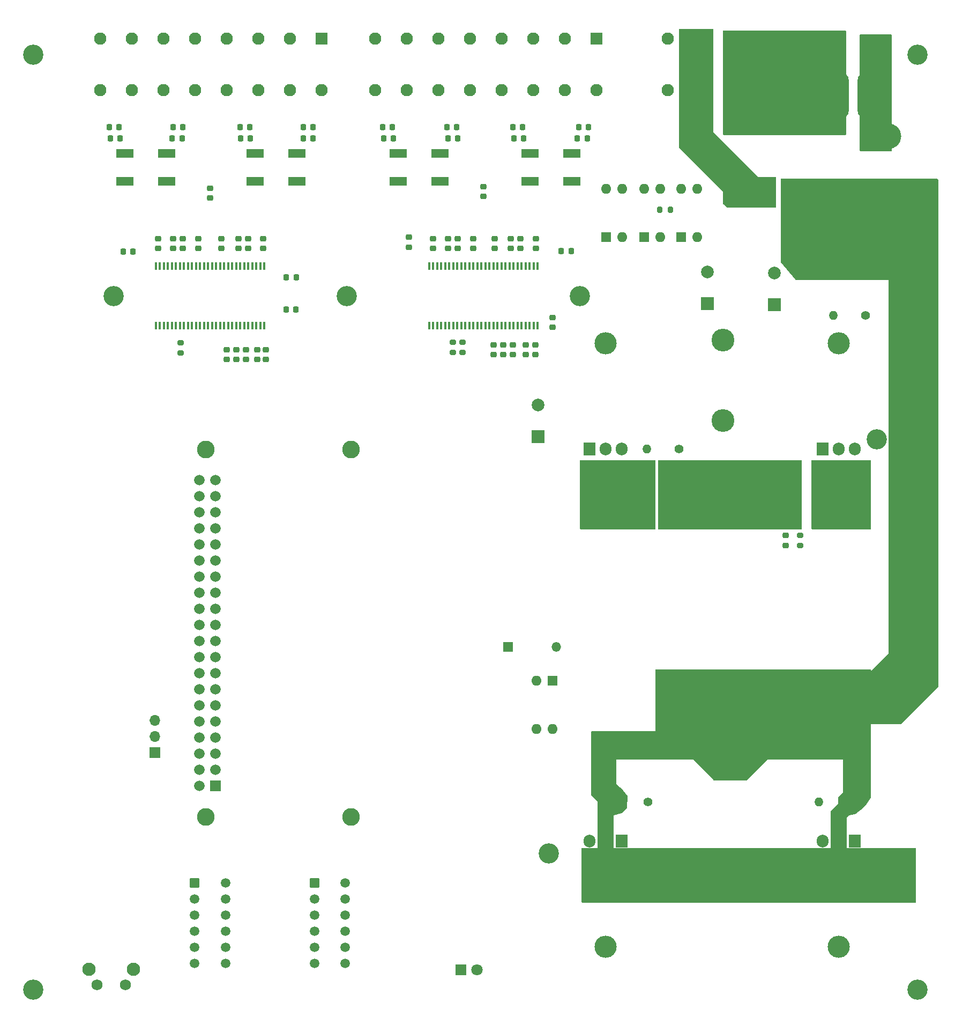
<source format=gbr>
%TF.GenerationSoftware,KiCad,Pcbnew,8.0.1-8.0.1-1~ubuntu22.04.1*%
%TF.CreationDate,2024-08-21T15:32:21+07:00*%
%TF.ProjectId,DAW-Pro4,4441572d-5072-46f3-942e-6b696361645f,rev?*%
%TF.SameCoordinates,Original*%
%TF.FileFunction,Soldermask,Bot*%
%TF.FilePolarity,Negative*%
%FSLAX46Y46*%
G04 Gerber Fmt 4.6, Leading zero omitted, Abs format (unit mm)*
G04 Created by KiCad (PCBNEW 8.0.1-8.0.1-1~ubuntu22.04.1) date 2024-08-21 15:32:21*
%MOMM*%
%LPD*%
G01*
G04 APERTURE LIST*
G04 Aperture macros list*
%AMRoundRect*
0 Rectangle with rounded corners*
0 $1 Rounding radius*
0 $2 $3 $4 $5 $6 $7 $8 $9 X,Y pos of 4 corners*
0 Add a 4 corners polygon primitive as box body*
4,1,4,$2,$3,$4,$5,$6,$7,$8,$9,$2,$3,0*
0 Add four circle primitives for the rounded corners*
1,1,$1+$1,$2,$3*
1,1,$1+$1,$4,$5*
1,1,$1+$1,$6,$7*
1,1,$1+$1,$8,$9*
0 Add four rect primitives between the rounded corners*
20,1,$1+$1,$2,$3,$4,$5,0*
20,1,$1+$1,$4,$5,$6,$7,0*
20,1,$1+$1,$6,$7,$8,$9,0*
20,1,$1+$1,$8,$9,$2,$3,0*%
G04 Aperture macros list end*
%ADD10O,3.800000X8.000000*%
%ADD11C,3.200000*%
%ADD12RoundRect,0.102000X-0.654000X0.654000X-0.654000X-0.654000X0.654000X-0.654000X0.654000X0.654000X0*%
%ADD13C,1.512000*%
%ADD14R,1.600000X1.600000*%
%ADD15O,1.600000X1.600000*%
%ADD16C,3.600000*%
%ADD17C,2.500000*%
%ADD18C,1.400000*%
%ADD19O,1.400000X1.400000*%
%ADD20C,1.950000*%
%ADD21R,1.950000X1.950000*%
%ADD22R,2.000000X2.000000*%
%ADD23C,2.000000*%
%ADD24C,2.800000*%
%ADD25R,1.665000X1.665000*%
%ADD26C,1.665000*%
%ADD27C,4.000000*%
%ADD28R,2.400000X2.400000*%
%ADD29C,2.400000*%
%ADD30C,2.100000*%
%ADD31C,1.750000*%
%ADD32R,1.500000X1.500000*%
%ADD33O,1.500000X1.500000*%
%ADD34R,1.700000X1.700000*%
%ADD35O,1.700000X1.700000*%
%ADD36R,1.800000X1.800000*%
%ADD37C,1.800000*%
%ADD38R,2.800000X1.400000*%
%ADD39RoundRect,0.225000X-0.250000X0.225000X-0.250000X-0.225000X0.250000X-0.225000X0.250000X0.225000X0*%
%ADD40RoundRect,0.225000X-0.225000X-0.250000X0.225000X-0.250000X0.225000X0.250000X-0.225000X0.250000X0*%
%ADD41RoundRect,0.225000X0.225000X0.250000X-0.225000X0.250000X-0.225000X-0.250000X0.225000X-0.250000X0*%
%ADD42RoundRect,0.200000X-0.200000X-0.275000X0.200000X-0.275000X0.200000X0.275000X-0.200000X0.275000X0*%
%ADD43R,0.400000X1.200000*%
%ADD44RoundRect,0.200000X0.275000X-0.200000X0.275000X0.200000X-0.275000X0.200000X-0.275000X-0.200000X0*%
%ADD45RoundRect,0.225000X0.250000X-0.225000X0.250000X0.225000X-0.250000X0.225000X-0.250000X-0.225000X0*%
%ADD46O,3.500000X3.500000*%
%ADD47R,1.905000X2.000000*%
%ADD48O,1.905000X2.000000*%
%ADD49RoundRect,0.200000X-0.275000X0.200000X-0.275000X-0.200000X0.275000X-0.200000X0.275000X0.200000X0*%
G04 APERTURE END LIST*
D10*
%TO.C,F1*%
X132120000Y-11555000D03*
X137120000Y-11555000D03*
%TD*%
D11*
%TO.C,REF\u002A\u002A*%
X86487000Y-131191000D03*
%TD*%
D12*
%TO.C,J12*%
X30594300Y-135819000D03*
D13*
X35445700Y-135819000D03*
X30594300Y-138359000D03*
X35445700Y-138359000D03*
X30594300Y-140899000D03*
X35445700Y-140899000D03*
X30594300Y-143439000D03*
X35445700Y-143439000D03*
X30594300Y-145979000D03*
X35445700Y-145979000D03*
X30594300Y-148519000D03*
X35445700Y-148519000D03*
%TD*%
D11*
%TO.C,REF\u002A\u002A*%
X144780000Y-5080000D03*
%TD*%
D14*
%TO.C,U16*%
X107424000Y-33899000D03*
D15*
X109964000Y-33899000D03*
X109964000Y-26279000D03*
X107424000Y-26279000D03*
%TD*%
D11*
%TO.C,REF\u002A\u002A*%
X17780000Y-43180000D03*
%TD*%
D16*
%TO.C,L19*%
X114046000Y-62860000D03*
X114046000Y-50160000D03*
%TD*%
D17*
%TO.C,TR1*%
X95161500Y-114081500D03*
X100161500Y-114081500D03*
X105161500Y-114081500D03*
X110161500Y-114081500D03*
X120231500Y-114081500D03*
X125161500Y-114081500D03*
X130161500Y-114081500D03*
X135161500Y-114081500D03*
X130161500Y-78081500D03*
X135161500Y-78081500D03*
X120231500Y-78081500D03*
X125161500Y-78081500D03*
X105161500Y-78081500D03*
X110161500Y-78081500D03*
X95161500Y-78081500D03*
X100161500Y-78081500D03*
X115161500Y-78081500D03*
X115161500Y-114081500D03*
%TD*%
D18*
%TO.C,R40*%
X136551200Y-46228000D03*
D19*
X131471200Y-46228000D03*
%TD*%
D11*
%TO.C,REF\u002A\u002A*%
X54610000Y-43180000D03*
%TD*%
%TO.C,REF\u002A\u002A*%
X5080000Y-5080000D03*
%TD*%
D20*
%TO.C,J6*%
X50640000Y-10740000D03*
D21*
X50640000Y-2540000D03*
D20*
X45640000Y-10740000D03*
X45640000Y-2540000D03*
X40640000Y-10740000D03*
X40640000Y-2540000D03*
X35640000Y-10740000D03*
X35640000Y-2540000D03*
X30640000Y-10740000D03*
X30640000Y-2540000D03*
X25640000Y-10740000D03*
X25640000Y-2540000D03*
X20640000Y-10740000D03*
X20640000Y-2540000D03*
X15640000Y-10740000D03*
X15640000Y-2540000D03*
%TD*%
D22*
%TO.C,C115*%
X122174000Y-44531677D03*
D23*
X122174000Y-39531677D03*
%TD*%
D24*
%TO.C,IC1*%
X32315000Y-125402000D03*
X55315000Y-125402000D03*
X32315000Y-67402000D03*
X55315000Y-67402000D03*
D25*
X33895000Y-120532000D03*
D26*
X31355000Y-120532000D03*
X33895000Y-117992000D03*
X31355000Y-117992000D03*
X33895000Y-115452000D03*
X31355000Y-115452000D03*
X33895000Y-112912000D03*
X31355000Y-112912000D03*
X33895000Y-110372000D03*
X31355000Y-110372000D03*
X33895000Y-107832000D03*
X31355000Y-107832000D03*
X33895000Y-105292000D03*
X31355000Y-105292000D03*
X33895000Y-102752000D03*
X31355000Y-102752000D03*
X33895000Y-100212000D03*
X31355000Y-100212000D03*
X33895000Y-97672000D03*
X31355000Y-97672000D03*
X33895000Y-95132000D03*
X31355000Y-95132000D03*
X33895000Y-92592000D03*
X31355000Y-92592000D03*
X33895000Y-90052000D03*
X31355000Y-90052000D03*
X33895000Y-87512000D03*
X31355000Y-87512000D03*
X33895000Y-84972000D03*
X31355000Y-84972000D03*
X33895000Y-82432000D03*
X31355000Y-82432000D03*
X33895000Y-79892000D03*
X31355000Y-79892000D03*
X33895000Y-77352000D03*
X31355000Y-77352000D03*
X33895000Y-74812000D03*
X31355000Y-74812000D03*
X33895000Y-72272000D03*
X31355000Y-72272000D03*
%TD*%
D27*
%TO.C,L18*%
X140208000Y-17987000D03*
X140208000Y-28067000D03*
%TD*%
D14*
%TO.C,U15*%
X101595000Y-33899000D03*
D15*
X104135000Y-33899000D03*
X104135000Y-26279000D03*
X101595000Y-26279000D03*
%TD*%
D11*
%TO.C,REF\u002A\u002A*%
X91440000Y-43180000D03*
%TD*%
%TO.C,REF\u002A\u002A*%
X138303000Y-65786000D03*
%TD*%
D20*
%TO.C,J18*%
X94055000Y-10740000D03*
D21*
X94055000Y-2540000D03*
D20*
X89055000Y-10740000D03*
X89055000Y-2540000D03*
X84055000Y-10740000D03*
X84055000Y-2540000D03*
X79055000Y-10740000D03*
X79055000Y-2540000D03*
X74055000Y-10740000D03*
X74055000Y-2540000D03*
X69055000Y-10740000D03*
X69055000Y-2540000D03*
X64055000Y-10740000D03*
X64055000Y-2540000D03*
X59055000Y-10740000D03*
X59055000Y-2540000D03*
%TD*%
D28*
%TO.C,C107*%
X124852729Y-27940000D03*
D29*
X119852729Y-27940000D03*
%TD*%
D18*
%TO.C,R36*%
X102185000Y-123037600D03*
D19*
X97105000Y-123037600D03*
%TD*%
D18*
%TO.C,R37*%
X134239000Y-123063000D03*
D19*
X129159000Y-123063000D03*
%TD*%
D20*
%TO.C,J22*%
X115283000Y-10740000D03*
D21*
X115283000Y-2540000D03*
D20*
X110283000Y-10740000D03*
X110283000Y-2540000D03*
X105283000Y-10740000D03*
X105283000Y-2540000D03*
%TD*%
D22*
%TO.C,C114*%
X111587677Y-44404677D03*
D23*
X111587677Y-39404677D03*
%TD*%
D30*
%TO.C,SW1*%
X20924000Y-149451500D03*
X13914000Y-149451500D03*
D31*
X19674000Y-151941500D03*
X15174000Y-151941500D03*
%TD*%
D32*
%TO.C,D1*%
X80132000Y-98552000D03*
D33*
X87752000Y-98552000D03*
%TD*%
D14*
%TO.C,U11*%
X87127000Y-103896000D03*
D15*
X84587000Y-103896000D03*
X84587000Y-111516000D03*
X87127000Y-111516000D03*
%TD*%
D34*
%TO.C,J1*%
X24257000Y-115301000D03*
D35*
X24257000Y-112761000D03*
X24257000Y-110221000D03*
%TD*%
D14*
%TO.C,U5*%
X95626000Y-33899000D03*
D15*
X98166000Y-33899000D03*
X98166000Y-26279000D03*
X95626000Y-26279000D03*
%TD*%
D11*
%TO.C,REF\u002A\u002A*%
X144780000Y-152654000D03*
%TD*%
D12*
%TO.C,J20*%
X49517300Y-135819000D03*
D13*
X54368700Y-135819000D03*
X49517300Y-138359000D03*
X54368700Y-138359000D03*
X49517300Y-140899000D03*
X54368700Y-140899000D03*
X49517300Y-143439000D03*
X54368700Y-143439000D03*
X49517300Y-145979000D03*
X54368700Y-145979000D03*
X49517300Y-148519000D03*
X54368700Y-148519000D03*
%TD*%
D36*
%TO.C,HL5*%
X72664000Y-149565000D03*
D37*
X75204000Y-149565000D03*
%TD*%
D22*
%TO.C,C113*%
X84836000Y-65359677D03*
D23*
X84836000Y-60359677D03*
%TD*%
D18*
%TO.C,R38*%
X107138000Y-67310000D03*
D19*
X102058000Y-67310000D03*
%TD*%
D28*
%TO.C,C108*%
X142494000Y-38354000D03*
D29*
X137494000Y-38354000D03*
%TD*%
D11*
%TO.C,REF\u002A\u002A*%
X5080000Y-152654000D03*
%TD*%
D38*
%TO.C,L11*%
X83566000Y-25060000D03*
X83566000Y-20660000D03*
%TD*%
D39*
%TO.C,C11*%
X40449500Y-51663000D03*
X40449500Y-53213000D03*
%TD*%
D40*
%TO.C,C95*%
X81013000Y-18288000D03*
X82563000Y-18288000D03*
%TD*%
D39*
%TO.C,C68*%
X79298800Y-50914600D03*
X79298800Y-52464600D03*
%TD*%
%TO.C,C25*%
X37465000Y-34163000D03*
X37465000Y-35713000D03*
%TD*%
D41*
%TO.C,C72*%
X90043000Y-36068000D03*
X88493000Y-36068000D03*
%TD*%
D42*
%TO.C,R18*%
X104077000Y-29591000D03*
X105727000Y-29591000D03*
%TD*%
D41*
%TO.C,C31*%
X49289000Y-16510000D03*
X47739000Y-16510000D03*
%TD*%
D40*
%TO.C,C36*%
X27165000Y-16510000D03*
X28715000Y-16510000D03*
%TD*%
D43*
%TO.C,U8*%
X84772500Y-47880000D03*
X84137500Y-47880000D03*
X83502500Y-47880000D03*
X82867500Y-47880000D03*
X82232500Y-47880000D03*
X81597500Y-47880000D03*
X80962500Y-47880000D03*
X80327500Y-47880000D03*
X79692500Y-47880000D03*
X79057500Y-47880000D03*
X78422500Y-47880000D03*
X77787500Y-47880000D03*
X77152500Y-47880000D03*
X76517500Y-47880000D03*
X75882500Y-47880000D03*
X75247500Y-47880000D03*
X74612500Y-47880000D03*
X73977500Y-47880000D03*
X73342500Y-47880000D03*
X72707500Y-47880000D03*
X72072500Y-47880000D03*
X71437500Y-47880000D03*
X70802500Y-47880000D03*
X70167500Y-47880000D03*
X69532500Y-47880000D03*
X68897500Y-47880000D03*
X68262500Y-47880000D03*
X67627500Y-47880000D03*
X67627500Y-38480000D03*
X68262500Y-38480000D03*
X68897500Y-38480000D03*
X69532500Y-38480000D03*
X70167500Y-38480000D03*
X70802500Y-38480000D03*
X71437500Y-38480000D03*
X72072500Y-38480000D03*
X72707500Y-38480000D03*
X73342500Y-38480000D03*
X73977500Y-38480000D03*
X74612500Y-38480000D03*
X75247500Y-38480000D03*
X75882500Y-38480000D03*
X76517500Y-38480000D03*
X77152500Y-38480000D03*
X77787500Y-38480000D03*
X78422500Y-38480000D03*
X79057500Y-38480000D03*
X79692500Y-38480000D03*
X80327500Y-38480000D03*
X80962500Y-38480000D03*
X81597500Y-38480000D03*
X82232500Y-38480000D03*
X82867500Y-38480000D03*
X83502500Y-38480000D03*
X84137500Y-38480000D03*
X84772500Y-38480000D03*
%TD*%
D39*
%TO.C,C81*%
X74549000Y-34150000D03*
X74549000Y-35700000D03*
%TD*%
D44*
%TO.C,R4*%
X72898000Y-52120800D03*
X72898000Y-50470800D03*
%TD*%
D45*
%TO.C,C80*%
X77978000Y-35700000D03*
X77978000Y-34150000D03*
%TD*%
D44*
%TO.C,R39*%
X126268000Y-82613000D03*
X126268000Y-80963000D03*
%TD*%
D39*
%TO.C,C65*%
X84378800Y-50914600D03*
X84378800Y-52464600D03*
%TD*%
D41*
%TO.C,C38*%
X18621000Y-16510000D03*
X17071000Y-16510000D03*
%TD*%
D44*
%TO.C,R5*%
X71374000Y-52133000D03*
X71374000Y-50483000D03*
%TD*%
D39*
%TO.C,C29*%
X27178000Y-34150000D03*
X27178000Y-35700000D03*
%TD*%
D46*
%TO.C,VT2*%
X95466500Y-145895500D03*
D47*
X98006500Y-129235500D03*
D48*
X95466500Y-129235500D03*
X92926500Y-129235500D03*
%TD*%
D39*
%TO.C,C66*%
X82854800Y-50914600D03*
X82854800Y-52464600D03*
%TD*%
D38*
%TO.C,L3*%
X40132000Y-25060000D03*
X40132000Y-20660000D03*
%TD*%
D39*
%TO.C,C27*%
X31115000Y-34150000D03*
X31115000Y-35700000D03*
%TD*%
D45*
%TO.C,C22*%
X33020000Y-27748000D03*
X33020000Y-26198000D03*
%TD*%
D41*
%TO.C,C15*%
X46580000Y-45339000D03*
X45030000Y-45339000D03*
%TD*%
D38*
%TO.C,L14*%
X69342000Y-25060000D03*
X69342000Y-20660000D03*
%TD*%
D41*
%TO.C,C100*%
X61976000Y-18288000D03*
X60426000Y-18288000D03*
%TD*%
D39*
%TO.C,C112*%
X123982000Y-81013000D03*
X123982000Y-82563000D03*
%TD*%
D46*
%TO.C,VT3*%
X132296500Y-145895500D03*
D47*
X134836500Y-129235500D03*
D48*
X132296500Y-129235500D03*
X129756500Y-129235500D03*
%TD*%
D45*
%TO.C,C76*%
X76200000Y-27458000D03*
X76200000Y-25908000D03*
%TD*%
%TO.C,C26*%
X34798000Y-35700000D03*
X34798000Y-34150000D03*
%TD*%
D39*
%TO.C,C83*%
X70612000Y-34163000D03*
X70612000Y-35713000D03*
%TD*%
D40*
%TO.C,C44*%
X27038000Y-18288000D03*
X28588000Y-18288000D03*
%TD*%
%TO.C,C41*%
X37820000Y-18288000D03*
X39370000Y-18288000D03*
%TD*%
D39*
%TO.C,C69*%
X77774800Y-50914600D03*
X77774800Y-52464600D03*
%TD*%
D41*
%TO.C,C93*%
X92583000Y-18288000D03*
X91033000Y-18288000D03*
%TD*%
D45*
%TO.C,C78*%
X82042000Y-35700000D03*
X82042000Y-34150000D03*
%TD*%
%TO.C,C84*%
X68199000Y-35700000D03*
X68199000Y-34150000D03*
%TD*%
D40*
%TO.C,C98*%
X70586000Y-18288000D03*
X72136000Y-18288000D03*
%TD*%
D39*
%TO.C,C67*%
X80822800Y-50901600D03*
X80822800Y-52451600D03*
%TD*%
D40*
%TO.C,C90*%
X70411000Y-16510000D03*
X71961000Y-16510000D03*
%TD*%
D41*
%TO.C,C85*%
X92789000Y-16510000D03*
X91239000Y-16510000D03*
%TD*%
%TO.C,C92*%
X61801000Y-16510000D03*
X60251000Y-16510000D03*
%TD*%
D40*
%TO.C,C33*%
X37767000Y-16510000D03*
X39317000Y-16510000D03*
%TD*%
D39*
%TO.C,C77*%
X84455000Y-34137000D03*
X84455000Y-35687000D03*
%TD*%
D45*
%TO.C,C82*%
X72136000Y-35700000D03*
X72136000Y-34150000D03*
%TD*%
D43*
%TO.C,U4*%
X41592500Y-47880000D03*
X40957500Y-47880000D03*
X40322500Y-47880000D03*
X39687500Y-47880000D03*
X39052500Y-47880000D03*
X38417500Y-47880000D03*
X37782500Y-47880000D03*
X37147500Y-47880000D03*
X36512500Y-47880000D03*
X35877500Y-47880000D03*
X35242500Y-47880000D03*
X34607500Y-47880000D03*
X33972500Y-47880000D03*
X33337500Y-47880000D03*
X32702500Y-47880000D03*
X32067500Y-47880000D03*
X31432500Y-47880000D03*
X30797500Y-47880000D03*
X30162500Y-47880000D03*
X29527500Y-47880000D03*
X28892500Y-47880000D03*
X28257500Y-47880000D03*
X27622500Y-47880000D03*
X26987500Y-47880000D03*
X26352500Y-47880000D03*
X25717500Y-47880000D03*
X25082500Y-47880000D03*
X24447500Y-47880000D03*
X24447500Y-38480000D03*
X25082500Y-38480000D03*
X25717500Y-38480000D03*
X26352500Y-38480000D03*
X26987500Y-38480000D03*
X27622500Y-38480000D03*
X28257500Y-38480000D03*
X28892500Y-38480000D03*
X29527500Y-38480000D03*
X30162500Y-38480000D03*
X30797500Y-38480000D03*
X31432500Y-38480000D03*
X32067500Y-38480000D03*
X32702500Y-38480000D03*
X33337500Y-38480000D03*
X33972500Y-38480000D03*
X34607500Y-38480000D03*
X35242500Y-38480000D03*
X35877500Y-38480000D03*
X36512500Y-38480000D03*
X37147500Y-38480000D03*
X37782500Y-38480000D03*
X38417500Y-38480000D03*
X39052500Y-38480000D03*
X39687500Y-38480000D03*
X40322500Y-38480000D03*
X40957500Y-38480000D03*
X41592500Y-38480000D03*
%TD*%
D41*
%TO.C,C46*%
X18796000Y-18288000D03*
X17246000Y-18288000D03*
%TD*%
D39*
%TO.C,C10*%
X41846500Y-51663000D03*
X41846500Y-53213000D03*
%TD*%
%TO.C,C14*%
X35623500Y-51663000D03*
X35623500Y-53213000D03*
%TD*%
%TO.C,C73*%
X64414400Y-33921400D03*
X64414400Y-35471400D03*
%TD*%
%TO.C,C79*%
X80518000Y-34150000D03*
X80518000Y-35700000D03*
%TD*%
D46*
%TO.C,VD9*%
X132334000Y-50650000D03*
D47*
X129794000Y-67310000D03*
D48*
X132334000Y-67310000D03*
X134874000Y-67310000D03*
%TD*%
D38*
%TO.C,L16*%
X62738000Y-25060000D03*
X62738000Y-20660000D03*
%TD*%
D41*
%TO.C,C18*%
X46622000Y-40259000D03*
X45072000Y-40259000D03*
%TD*%
D45*
%TO.C,C70*%
X87122000Y-48159000D03*
X87122000Y-46609000D03*
%TD*%
D39*
%TO.C,C12*%
X38671500Y-51663000D03*
X38671500Y-53213000D03*
%TD*%
D45*
%TO.C,C24*%
X38989000Y-35700000D03*
X38989000Y-34150000D03*
%TD*%
D38*
%TO.C,L6*%
X26162000Y-25060000D03*
X26162000Y-20660000D03*
%TD*%
D41*
%TO.C,C39*%
X49276000Y-18288000D03*
X47726000Y-18288000D03*
%TD*%
D45*
%TO.C,C28*%
X28702000Y-35713000D03*
X28702000Y-34163000D03*
%TD*%
D49*
%TO.C,R22*%
X28321000Y-50546000D03*
X28321000Y-52196000D03*
%TD*%
D40*
%TO.C,C87*%
X80825000Y-16510000D03*
X82375000Y-16510000D03*
%TD*%
%TO.C,C19*%
X19304000Y-36195000D03*
X20854000Y-36195000D03*
%TD*%
D39*
%TO.C,C23*%
X41402000Y-34150000D03*
X41402000Y-35700000D03*
%TD*%
D46*
%TO.C,VD8*%
X95504000Y-50650000D03*
D47*
X92964000Y-67310000D03*
D48*
X95504000Y-67310000D03*
X98044000Y-67310000D03*
%TD*%
D38*
%TO.C,L9*%
X90170000Y-25060000D03*
X90170000Y-20660000D03*
%TD*%
%TO.C,L1*%
X46736000Y-25060000D03*
X46736000Y-20660000D03*
%TD*%
D39*
%TO.C,C13*%
X37147500Y-51663000D03*
X37147500Y-53213000D03*
%TD*%
D45*
%TO.C,C30*%
X24765000Y-35687000D03*
X24765000Y-34137000D03*
%TD*%
D38*
%TO.C,L8*%
X19558000Y-25060000D03*
X19558000Y-20660000D03*
%TD*%
G36*
X112465039Y-1035685D02*
G01*
X112510794Y-1088489D01*
X112522000Y-1140000D01*
X112522000Y-17272000D01*
X119634000Y-24384000D01*
X122304000Y-24384000D01*
X122371039Y-24403685D01*
X122416794Y-24456489D01*
X122428000Y-24508000D01*
X122428000Y-29086000D01*
X122408315Y-29153039D01*
X122355511Y-29198794D01*
X122304000Y-29210000D01*
X114724497Y-29210000D01*
X114657458Y-29190315D01*
X114647035Y-29182828D01*
X114092538Y-28739230D01*
X114052486Y-28681979D01*
X114046000Y-28642402D01*
X114046000Y-26670000D01*
X107097319Y-19721319D01*
X107063834Y-19659996D01*
X107061000Y-19633638D01*
X107061000Y-1140000D01*
X107080685Y-1072961D01*
X107133489Y-1027206D01*
X107185000Y-1016000D01*
X112398000Y-1016000D01*
X112465039Y-1035685D01*
G37*
G36*
X96717039Y-130071685D02*
G01*
X96762794Y-130124489D01*
X96774000Y-130176000D01*
X96774000Y-130302000D01*
X131064000Y-130302000D01*
X131064000Y-130176000D01*
X131083685Y-130108961D01*
X131136489Y-130063206D01*
X131188000Y-130052000D01*
X133480000Y-130052000D01*
X133547039Y-130071685D01*
X133592794Y-130124489D01*
X133604000Y-130176000D01*
X133604000Y-130302000D01*
X144402000Y-130302000D01*
X144469039Y-130321685D01*
X144514794Y-130374489D01*
X144526000Y-130426000D01*
X144526000Y-138814000D01*
X144506315Y-138881039D01*
X144453511Y-138926794D01*
X144402000Y-138938000D01*
X91818000Y-138938000D01*
X91750961Y-138918315D01*
X91705206Y-138865511D01*
X91694000Y-138814000D01*
X91694000Y-130426000D01*
X91713685Y-130358961D01*
X91766489Y-130313206D01*
X91818000Y-130302000D01*
X94233923Y-130302000D01*
X94233847Y-130176075D01*
X94253491Y-130109024D01*
X94306267Y-130063237D01*
X94357847Y-130052000D01*
X96650000Y-130052000D01*
X96717039Y-130071685D01*
G37*
G36*
X103321039Y-69107685D02*
G01*
X103366794Y-69160489D01*
X103378000Y-69212000D01*
X103378000Y-79886000D01*
X103358315Y-79953039D01*
X103305511Y-79998794D01*
X103254000Y-80010000D01*
X91564000Y-80010000D01*
X91496961Y-79990315D01*
X91451206Y-79937511D01*
X91440000Y-79886000D01*
X91440000Y-69212000D01*
X91459685Y-69144961D01*
X91512489Y-69099206D01*
X91564000Y-69088000D01*
X103254000Y-69088000D01*
X103321039Y-69107685D01*
G37*
G36*
X126435039Y-69107685D02*
G01*
X126480794Y-69160489D01*
X126492000Y-69212000D01*
X126492000Y-79886000D01*
X126472315Y-79953039D01*
X126419511Y-79998794D01*
X126368000Y-80010000D01*
X103883000Y-80010000D01*
X103815961Y-79990315D01*
X103770206Y-79937511D01*
X103759000Y-79886000D01*
X103759000Y-69212000D01*
X103778685Y-69144961D01*
X103831489Y-69099206D01*
X103883000Y-69088000D01*
X126368000Y-69088000D01*
X126435039Y-69107685D01*
G37*
G36*
X133420039Y-1289685D02*
G01*
X133465794Y-1342489D01*
X133477000Y-1394000D01*
X133477000Y-17656000D01*
X133457315Y-17723039D01*
X133404511Y-17768794D01*
X133353000Y-17780000D01*
X114170000Y-17780000D01*
X114102961Y-17760315D01*
X114057206Y-17707511D01*
X114046000Y-17656000D01*
X114046000Y-1394000D01*
X114065685Y-1326961D01*
X114118489Y-1281206D01*
X114170000Y-1270000D01*
X133353000Y-1270000D01*
X133420039Y-1289685D01*
G37*
G36*
X137357039Y-69107685D02*
G01*
X137402794Y-69160489D01*
X137414000Y-69212000D01*
X137414000Y-79886000D01*
X137394315Y-79953039D01*
X137341511Y-79998794D01*
X137290000Y-80010000D01*
X128140000Y-80010000D01*
X128072961Y-79990315D01*
X128027206Y-79937511D01*
X128016000Y-79886000D01*
X128016000Y-69212000D01*
X128035685Y-69144961D01*
X128088489Y-69099206D01*
X128140000Y-69088000D01*
X137290000Y-69088000D01*
X137357039Y-69107685D01*
G37*
G36*
X137357039Y-102127685D02*
G01*
X137402794Y-102180489D01*
X137414000Y-102232000D01*
X137414000Y-102361998D01*
X137452318Y-102323681D01*
X137513641Y-102290196D01*
X137583333Y-102295180D01*
X137639267Y-102337051D01*
X137663684Y-102402515D01*
X137664000Y-102411362D01*
X137664000Y-110620000D01*
X137644315Y-110687039D01*
X137591511Y-110732794D01*
X137540000Y-110744000D01*
X137414000Y-110744000D01*
X137414000Y-122264951D01*
X137394673Y-122331430D01*
X136718672Y-123395807D01*
X136700920Y-123417763D01*
X135800967Y-124302314D01*
X135795621Y-124307268D01*
X135150222Y-124871022D01*
X135099417Y-124897755D01*
X133984999Y-125183217D01*
X133604001Y-125475999D01*
X133604000Y-125476002D01*
X133604000Y-130302000D01*
X133728168Y-130302000D01*
X133795207Y-130321685D01*
X133840962Y-130374489D01*
X133850906Y-130443647D01*
X133849785Y-130450193D01*
X133839781Y-130500482D01*
X133821267Y-130545179D01*
X133794481Y-130585268D01*
X133760268Y-130619481D01*
X133720179Y-130646267D01*
X133675482Y-130664781D01*
X133615982Y-130676617D01*
X133591789Y-130679000D01*
X131076211Y-130679000D01*
X131052019Y-130676617D01*
X130992518Y-130664781D01*
X130947820Y-130646267D01*
X130907731Y-130619481D01*
X130873518Y-130585268D01*
X130846732Y-130545179D01*
X130828218Y-130500480D01*
X130818215Y-130450191D01*
X130824442Y-130380599D01*
X130867305Y-130325422D01*
X130933195Y-130302178D01*
X130939832Y-130302000D01*
X131064000Y-130302000D01*
X131064000Y-124637169D01*
X131083685Y-124570130D01*
X131098887Y-124550944D01*
X132287645Y-123322368D01*
X132244982Y-122399151D01*
X132261551Y-122331274D01*
X132276562Y-122310608D01*
X132969000Y-121538999D01*
X132969000Y-116332000D01*
X121030999Y-116332000D01*
X117892591Y-119595945D01*
X117831936Y-119630626D01*
X117803208Y-119634000D01*
X112574792Y-119634000D01*
X112507753Y-119614315D01*
X112485409Y-119595945D01*
X109347001Y-116332000D01*
X97155000Y-116332000D01*
X97155000Y-120267816D01*
X98285085Y-121210361D01*
X98307578Y-121234953D01*
X98935953Y-122141610D01*
X98957962Y-122207922D01*
X98958018Y-122214393D01*
X98928793Y-123900099D01*
X98907950Y-123966788D01*
X98896352Y-123981594D01*
X98138147Y-124811371D01*
X98079208Y-124847365D01*
X96774000Y-125203035D01*
X96774000Y-130302000D01*
X96898168Y-130302000D01*
X96965207Y-130321685D01*
X97010962Y-130374489D01*
X97020906Y-130443647D01*
X97019785Y-130450193D01*
X97009781Y-130500482D01*
X96991267Y-130545179D01*
X96964481Y-130585268D01*
X96930268Y-130619481D01*
X96890179Y-130646267D01*
X96845482Y-130664781D01*
X96785982Y-130676617D01*
X96761789Y-130679000D01*
X94246211Y-130679000D01*
X94222019Y-130676617D01*
X94162518Y-130664781D01*
X94117820Y-130646267D01*
X94077731Y-130619481D01*
X94043519Y-130585269D01*
X94016722Y-130545165D01*
X93998214Y-130500500D01*
X93988199Y-130450226D01*
X93994406Y-130380632D01*
X94037254Y-130325443D01*
X94103137Y-130302180D01*
X94109809Y-130302000D01*
X94233923Y-130302000D01*
X94229550Y-123062999D01*
X93249142Y-121955188D01*
X93219454Y-121891940D01*
X93218000Y-121873009D01*
X93218000Y-112011000D01*
X93237685Y-111943961D01*
X93290489Y-111898206D01*
X93342000Y-111887000D01*
X103378000Y-111887000D01*
X103378000Y-102232000D01*
X103397685Y-102164961D01*
X103450489Y-102119206D01*
X103502000Y-102108000D01*
X137290000Y-102108000D01*
X137357039Y-102127685D01*
G37*
G36*
X140659039Y-1924685D02*
G01*
X140704794Y-1977489D01*
X140716000Y-2029000D01*
X140716000Y-20196000D01*
X140696315Y-20263039D01*
X140643511Y-20308794D01*
X140592000Y-20320000D01*
X135760000Y-20320000D01*
X135692961Y-20300315D01*
X135647206Y-20247511D01*
X135636000Y-20196000D01*
X135636000Y-2029000D01*
X135655685Y-1961961D01*
X135708489Y-1916206D01*
X135760000Y-1905000D01*
X140592000Y-1905000D01*
X140659039Y-1924685D01*
G37*
G36*
X147843677Y-24657685D02*
G01*
X147864319Y-24674319D01*
X148045681Y-24855681D01*
X148079166Y-24917004D01*
X148082000Y-24943362D01*
X148082000Y-104850638D01*
X148062315Y-104917677D01*
X148045681Y-104938319D01*
X142276319Y-110707681D01*
X142214996Y-110741166D01*
X142188638Y-110744000D01*
X137414000Y-110744000D01*
X137413103Y-110744896D01*
X137394315Y-110808882D01*
X137341511Y-110854637D01*
X137272353Y-110864581D01*
X137208797Y-110835556D01*
X137171023Y-110776778D01*
X137168383Y-110766036D01*
X137166383Y-110755982D01*
X137164000Y-110731789D01*
X137164000Y-102374210D01*
X137166383Y-102350017D01*
X137168383Y-102339963D01*
X137200769Y-102278053D01*
X137261485Y-102243479D01*
X137331254Y-102247220D01*
X137387926Y-102288087D01*
X137413507Y-102353105D01*
X137413901Y-102361959D01*
X137414000Y-102362000D01*
X140207999Y-99568000D01*
X140208000Y-99567999D01*
X140208000Y-40640000D01*
X125534761Y-40640000D01*
X125467722Y-40620315D01*
X125438790Y-40594521D01*
X123218029Y-37880257D01*
X123190812Y-37815907D01*
X123190000Y-37801736D01*
X123190000Y-24762000D01*
X123209685Y-24694961D01*
X123262489Y-24649206D01*
X123314000Y-24638000D01*
X147776638Y-24638000D01*
X147843677Y-24657685D01*
G37*
M02*

</source>
